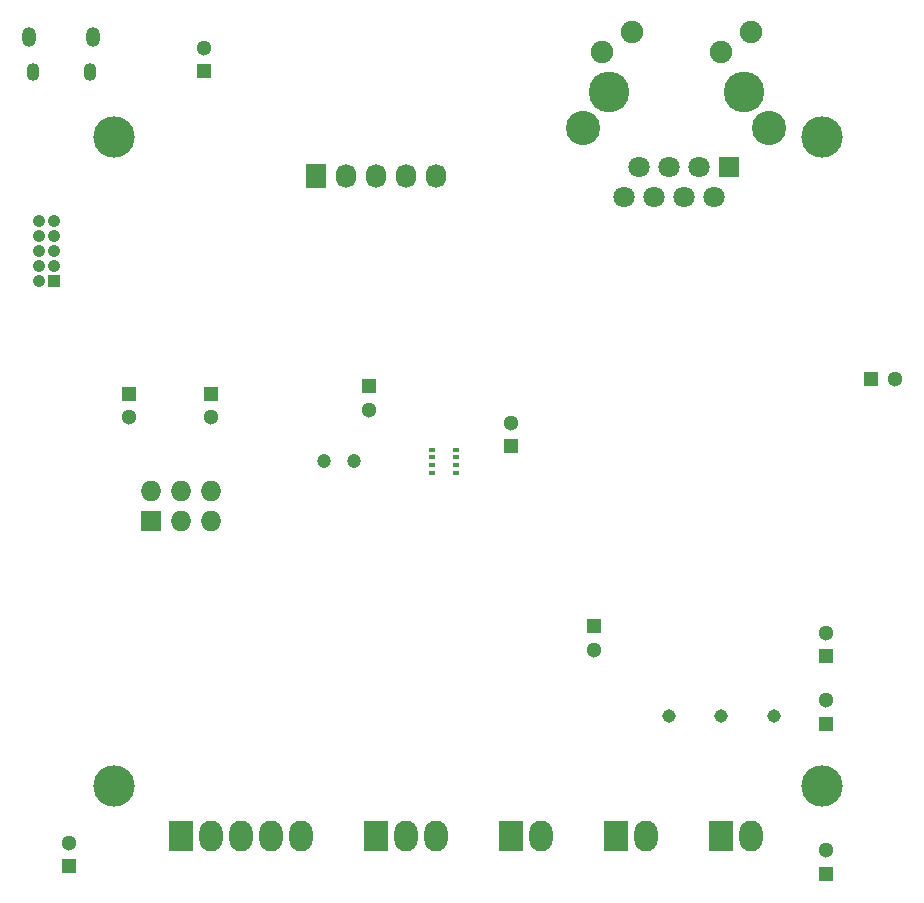
<source format=gbr>
G04 #@! TF.FileFunction,Soldermask,Bot*
%FSLAX46Y46*%
G04 Gerber Fmt 4.6, Leading zero omitted, Abs format (unit mm)*
G04 Created by KiCad (PCBNEW 4.0.4+dfsg1-stable) date Wed Oct 11 10:07:52 2017*
%MOMM*%
%LPD*%
G01*
G04 APERTURE LIST*
%ADD10C,0.100000*%
%ADD11C,1.800000*%
%ADD12R,1.800000X1.800000*%
%ADD13C,2.900000*%
%ADD14C,1.900000*%
%ADD15C,3.450000*%
%ADD16R,1.300000X1.300000*%
%ADD17C,1.300000*%
%ADD18R,2.000000X2.600000*%
%ADD19O,2.000000X2.600000*%
%ADD20O,1.100000X1.500000*%
%ADD21O,1.200000X1.700000*%
%ADD22R,1.727200X1.727200*%
%ADD23O,1.727200X1.727200*%
%ADD24R,1.727200X2.032000*%
%ADD25O,1.727200X2.032000*%
%ADD26R,1.050000X1.050000*%
%ADD27C,1.050000*%
%ADD28C,1.200000*%
%ADD29R,0.500000X0.350000*%
%ADD30C,1.143000*%
%ADD31C,3.500000*%
G04 APERTURE END LIST*
D10*
D11*
X165735000Y-79248000D03*
X167005000Y-76708000D03*
X168275000Y-79248000D03*
X169545000Y-76708000D03*
X170815000Y-79248000D03*
X172085000Y-76708000D03*
X173355000Y-79248000D03*
D12*
X174625000Y-76708000D03*
D13*
X178055000Y-73408000D03*
X162305000Y-73408000D03*
D14*
X163855000Y-66978000D03*
X176505000Y-65278000D03*
X173965000Y-66978000D03*
X166395000Y-65278000D03*
D15*
X164465000Y-70358000D03*
X175895000Y-70358000D03*
D16*
X182880000Y-136525000D03*
D17*
X182880000Y-134525000D03*
D16*
X182880000Y-123825000D03*
D17*
X182880000Y-121825000D03*
D16*
X182880000Y-118110000D03*
D17*
X182880000Y-116110000D03*
D16*
X186690000Y-94615000D03*
D17*
X188690000Y-94615000D03*
D16*
X163195000Y-115570000D03*
D17*
X163195000Y-117570000D03*
D16*
X156210000Y-100330000D03*
D17*
X156210000Y-98330000D03*
D16*
X130175000Y-68580000D03*
D17*
X130175000Y-66580000D03*
D16*
X130810000Y-95885000D03*
D17*
X130810000Y-97885000D03*
D16*
X144145000Y-95250000D03*
D17*
X144145000Y-97250000D03*
D16*
X123825000Y-95885000D03*
D17*
X123825000Y-97885000D03*
D16*
X118745000Y-135890000D03*
D17*
X118745000Y-133890000D03*
D18*
X173990000Y-133350000D03*
D19*
X176530000Y-133350000D03*
D20*
X120535000Y-68681000D03*
X115685000Y-68681000D03*
D21*
X120835000Y-65681000D03*
X115385000Y-65681000D03*
D22*
X125730000Y-106680000D03*
D23*
X125730000Y-104140000D03*
X128270000Y-106680000D03*
X128270000Y-104140000D03*
X130810000Y-106680000D03*
X130810000Y-104140000D03*
D18*
X156210000Y-133350000D03*
D19*
X158750000Y-133350000D03*
D18*
X165100000Y-133350000D03*
D19*
X167640000Y-133350000D03*
D24*
X139700000Y-77470000D03*
D25*
X142240000Y-77470000D03*
X144780000Y-77470000D03*
X147320000Y-77470000D03*
X149860000Y-77470000D03*
D26*
X117475000Y-86360000D03*
D27*
X117475000Y-85090000D03*
X117475000Y-83820000D03*
X117475000Y-82550000D03*
X117475000Y-81280000D03*
X116205000Y-85090000D03*
X116205000Y-83820000D03*
X116205000Y-82550000D03*
X116205000Y-81280000D03*
X116205000Y-86360000D03*
D18*
X144780000Y-133350000D03*
D19*
X147320000Y-133350000D03*
X149860000Y-133350000D03*
D18*
X128270000Y-133350000D03*
D19*
X130810000Y-133350000D03*
X133350000Y-133350000D03*
X135890000Y-133350000D03*
X138430000Y-133350000D03*
D28*
X140355000Y-101600000D03*
X142855000Y-101600000D03*
D29*
X149470000Y-102575000D03*
X151520000Y-102575000D03*
X149470000Y-101925000D03*
X151520000Y-101925000D03*
X149470000Y-101275000D03*
X151520000Y-101275000D03*
X149470000Y-100625000D03*
X151520000Y-100625000D03*
D30*
X178435000Y-123190000D03*
X173990000Y-123190000D03*
X169545000Y-123190000D03*
D31*
X122555000Y-74100000D03*
X182555000Y-74100000D03*
X182555000Y-129100000D03*
X122555000Y-129100000D03*
M02*

</source>
